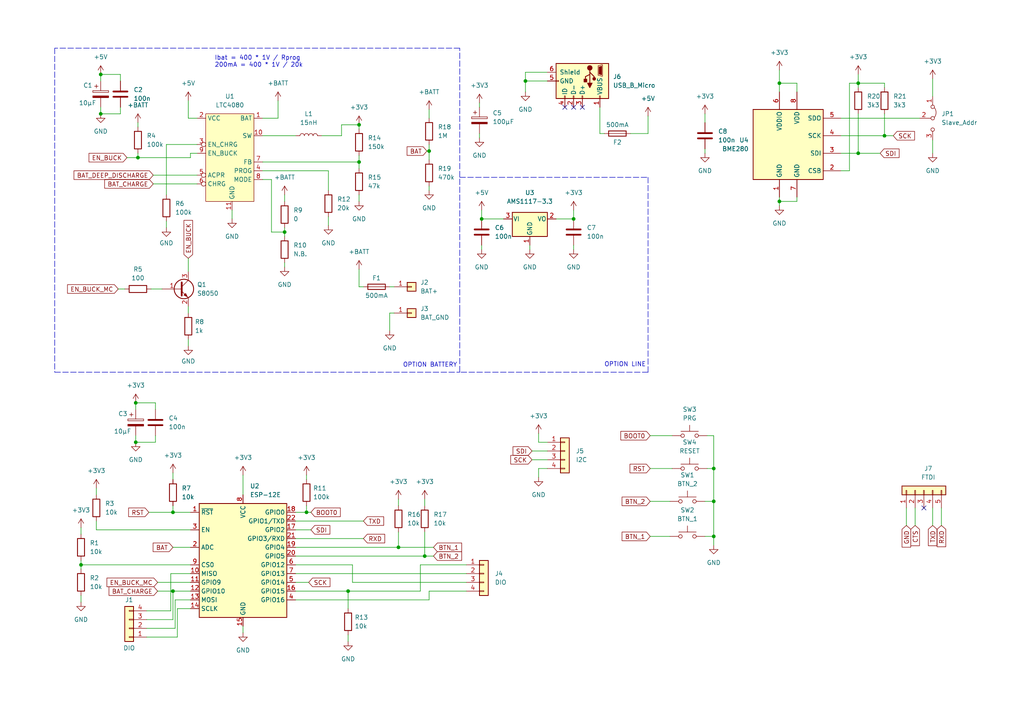
<source format=kicad_sch>
(kicad_sch (version 20211123) (generator eeschema)
  (paper "A4")
  (lib_symbols
    (symbol "Connector:USB_B_Micro" (pin_names (offset 1.016))
      (property "Reference" "J" (at -5.08 11.43 0))
      (property "Value" "USB_B_Micro" (at -5.08 8.89 0))
      (symbol "USB_B_Micro_0_1"
        (rectangle (start -5.08 -7.62) (end 5.08 7.62) (stroke (width 0.254)) (fill (type background)))
        (circle (center -3.81 2.159) (radius 0.635) (stroke (width 0.254)) (fill (type outline)))
        (circle (center -0.635 3.429) (radius 0.381) (stroke (width 0.254)) (fill (type outline)))
        (rectangle (start -0.127 -7.62) (end 0.127 -6.858))
        (polyline (pts (xy -1.905 2.159) (xy 0.635 2.159)) (stroke (width 0.254)))
        (polyline (pts (xy -3.175 2.159) (xy -2.54 2.159) (xy -1.27 3.429) (xy -0.635 3.429)) (stroke (width 0.254)))
        (polyline (pts (xy -2.54 2.159) (xy -1.905 2.159) (xy -1.27 0.889) (xy 0 0.889)) (stroke (width 0.254)))
        (polyline (pts (xy 0.635 2.794) (xy 0.635 1.524) (xy 1.905 2.159) (xy 0.635 2.794)) (stroke (width 0.254)) (fill (type outline)))
        (polyline (pts (xy -4.318 5.588) (xy -1.778 5.588) (xy -2.032 4.826) (xy -4.064 4.826) (xy -4.318 5.588)) (fill (type outline)))
        (polyline (pts (xy -4.699 5.842) (xy -4.699 5.588) (xy -4.445 4.826) (xy -4.445 4.572) (xy -1.651 4.572) (xy -1.651 4.826) (xy -1.397 5.588) (xy -1.397 5.842) (xy -4.699 5.842)))
        (rectangle (start 0.254 1.27) (end -0.508 0.508) (stroke (width 0.254)) (fill (type outline)))
        (rectangle (start 5.08 -5.207) (end 4.318 -4.953))
        (rectangle (start 5.08 -2.667) (end 4.318 -2.413))
        (rectangle (start 5.08 -0.127) (end 4.318 0.127))
        (rectangle (start 5.08 4.953) (end 4.318 5.207))
      )
      (symbol "USB_B_Micro_1_1"
        (pin power_out line (at 7.62 5.08 180) (length 2.54) (name "VBUS") (number "1"))
        (pin bidirectional line (at 7.62 -2.54 180) (length 2.54) (name "D-") (number "2"))
        (pin bidirectional line (at 7.62 0 180) (length 2.54) (name "D+") (number "3"))
        (pin passive line (at 7.62 -5.08 180) (length 2.54) (name "ID") (number "4"))
        (pin power_out line (at 0 -10.16 90) (length 2.54) (name "GND") (number "5"))
        (pin passive line (at -2.54 -10.16 90) (length 2.54) (name "Shield") (number "6"))
      )
    )
    (symbol "Connector_Generic:Conn_01x01" (pin_names (offset 1.016) hide)
      (property "Reference" "J" (at 0 2.54 0))
      (property "Value" "Conn_01x01" (at 0 -2.54 0))
      (symbol "Conn_01x01_1_1"
        (rectangle (start -1.27 0.127) (end 0 -0.127) (stroke (width 0.1524)))
        (rectangle (start -1.27 1.27) (end 1.27 -1.27) (stroke (width 0.254)) (fill (type background)))
        (pin passive line (at -5.08 0 0) (length 3.81) (name "Pin_1") (number "1"))
      )
    )
    (symbol "Connector_Generic:Conn_01x04" (pin_names (offset 1.016) hide)
      (property "Reference" "J" (at 0 5.08 0))
      (property "Value" "Conn_01x04" (at 0 -7.62 0))
      (symbol "Conn_01x04_1_1"
        (rectangle (start -1.27 -4.953) (end 0 -5.207) (stroke (width 0.1524)))
        (rectangle (start -1.27 -2.413) (end 0 -2.667) (stroke (width 0.1524)))
        (rectangle (start -1.27 0.127) (end 0 -0.127) (stroke (width 0.1524)))
        (rectangle (start -1.27 2.667) (end 0 2.413) (stroke (width 0.1524)))
        (rectangle (start -1.27 3.81) (end 1.27 -6.35) (stroke (width 0.254)) (fill (type background)))
        (pin passive line (at -5.08 2.54 0) (length 3.81) (name "Pin_1") (number "1"))
        (pin passive line (at -5.08 0 0) (length 3.81) (name "Pin_2") (number "2"))
        (pin passive line (at -5.08 -2.54 0) (length 3.81) (name "Pin_3") (number "3"))
        (pin passive line (at -5.08 -5.08 0) (length 3.81) (name "Pin_4") (number "4"))
      )
    )
    (symbol "Connector_Generic:Conn_01x05" (pin_names (offset 1.016) hide)
      (property "Reference" "J" (at 0 7.62 0))
      (property "Value" "Conn_01x05" (at 0 -7.62 0))
      (symbol "Conn_01x05_1_1"
        (rectangle (start -1.27 -4.953) (end 0 -5.207) (stroke (width 0.1524)))
        (rectangle (start -1.27 -2.413) (end 0 -2.667) (stroke (width 0.1524)))
        (rectangle (start -1.27 0.127) (end 0 -0.127) (stroke (width 0.1524)))
        (rectangle (start -1.27 2.667) (end 0 2.413) (stroke (width 0.1524)))
        (rectangle (start -1.27 5.207) (end 0 4.953) (stroke (width 0.1524)))
        (rectangle (start -1.27 6.35) (end 1.27 -6.35) (stroke (width 0.254)) (fill (type background)))
        (pin passive line (at -5.08 5.08 0) (length 3.81) (name "Pin_1") (number "1"))
        (pin passive line (at -5.08 2.54 0) (length 3.81) (name "Pin_2") (number "2"))
        (pin passive line (at -5.08 0 0) (length 3.81) (name "Pin_3") (number "3"))
        (pin passive line (at -5.08 -2.54 0) (length 3.81) (name "Pin_4") (number "4"))
        (pin passive line (at -5.08 -5.08 0) (length 3.81) (name "Pin_5") (number "5"))
      )
    )
    (symbol "Device:C" (pin_numbers hide) (pin_names (offset 0.254))
      (property "Reference" "C" (at 0.635 2.54 0))
      (property "Value" "C" (at 0.635 -2.54 0))
      (symbol "C_0_1"
        (polyline (pts (xy -2.032 -0.762) (xy 2.032 -0.762)) (stroke (width 0.508)))
        (polyline (pts (xy -2.032 0.762) (xy 2.032 0.762)) (stroke (width 0.508)))
      )
      (symbol "C_1_1"
        (pin passive line (at 0 3.81 270) (length 2.794) (name "~") (number "1"))
        (pin passive line (at 0 -3.81 90) (length 2.794) (name "~") (number "2"))
      )
    )
    (symbol "Device:C_Polarized" (pin_numbers hide) (pin_names (offset 0.254))
      (property "Reference" "C" (at 0.635 2.54 0))
      (property "Value" "C_Polarized" (at 0.635 -2.54 0))
      (symbol "C_Polarized_0_1"
        (rectangle (start -2.286 0.508) (end 2.286 1.016))
        (polyline (pts (xy -1.778 2.286) (xy -0.762 2.286)))
        (polyline (pts (xy -1.27 2.794) (xy -1.27 1.778)))
        (rectangle (start 2.286 -0.508) (end -2.286 -1.016) (fill (type outline)))
      )
      (symbol "C_Polarized_1_1"
        (pin passive line (at 0 3.81 270) (length 2.794) (name "~") (number "1"))
        (pin passive line (at 0 -3.81 90) (length 2.794) (name "~") (number "2"))
      )
    )
    (symbol "Device:Fuse" (pin_numbers hide) (pin_names (offset 0))
      (property "Reference" "F" (at 2.032 0 90))
      (property "Value" "Fuse" (at -1.905 0 90))
      (symbol "Fuse_0_1"
        (rectangle (start -0.762 -2.54) (end 0.762 2.54) (stroke (width 0.254)))
        (polyline (pts (xy 0 2.54) (xy 0 -2.54)))
      )
      (symbol "Fuse_1_1"
        (pin passive line (at 0 3.81 270) (length 1.27) (name "~") (number "1"))
        (pin passive line (at 0 -3.81 90) (length 1.27) (name "~") (number "2"))
      )
    )
    (symbol "Device:L" (pin_numbers hide) (pin_names (offset 1.016) hide)
      (property "Reference" "L" (at -1.27 0 90))
      (property "Value" "L" (at 1.905 0 90))
      (symbol "L_0_1"
        (arc (start 0 -2.54) (mid 0.635 -1.905) (end 0 -1.27))
        (arc (start 0 -1.27) (mid 0.635 -0.635) (end 0 0))
        (arc (start 0 0) (mid 0.635 0.635) (end 0 1.27))
        (arc (start 0 1.27) (mid 0.635 1.905) (end 0 2.54))
      )
      (symbol "L_1_1"
        (pin passive line (at 0 3.81 270) (length 1.27) (name "1") (number "1"))
        (pin passive line (at 0 -3.81 90) (length 1.27) (name "2") (number "2"))
      )
    )
    (symbol "Device:Q_NPN_BEC" (pin_names (offset 0) hide)
      (property "Reference" "Q" (at 5.08 1.27 0))
      (property "Value" "Q_NPN_BEC" (at 5.08 -1.27 0))
      (symbol "Q_NPN_BEC_0_1"
        (polyline (pts (xy 0.635 0.635) (xy 2.54 2.54)))
        (polyline (pts (xy 0.635 -0.635) (xy 2.54 -2.54) (xy 2.54 -2.54)))
        (polyline (pts (xy 0.635 1.905) (xy 0.635 -1.905) (xy 0.635 -1.905)) (stroke (width 0.508)))
        (polyline (pts (xy 1.27 -1.778) (xy 1.778 -1.27) (xy 2.286 -2.286) (xy 1.27 -1.778) (xy 1.27 -1.778)) (fill (type outline)))
        (circle (center 1.27 0) (radius 2.8194) (stroke (width 0.254)))
      )
      (symbol "Q_NPN_BEC_1_1"
        (pin input line (at -5.08 0 0) (length 5.715) (name "B") (number "1"))
        (pin passive line (at 2.54 -5.08 90) (length 2.54) (name "E") (number "2"))
        (pin passive line (at 2.54 5.08 270) (length 2.54) (name "C") (number "3"))
      )
    )
    (symbol "Device:R" (pin_numbers hide) (pin_names (offset 0))
      (property "Reference" "R" (at 2.032 0 90))
      (property "Value" "R" (at 0 0 90))
      (symbol "R_0_1"
        (rectangle (start -1.016 -2.54) (end 1.016 2.54) (stroke (width 0.254)))
      )
      (symbol "R_1_1"
        (pin passive line (at 0 3.81 270) (length 1.27) (name "~") (number "1"))
        (pin passive line (at 0 -3.81 90) (length 1.27) (name "~") (number "2"))
      )
    )
    (symbol "Jumper:Jumper_3_Bridged12" (pin_names (offset 0) hide)
      (property "Reference" "JP" (at -2.54 -2.54 0))
      (property "Value" "Jumper_3_Bridged12" (at 0 2.794 0))
      (symbol "Jumper_3_Bridged12_0_0"
        (circle (center -3.302 0) (radius 0.508))
        (circle (center 0 0) (radius 0.508))
        (circle (center 3.302 0) (radius 0.508))
      )
      (symbol "Jumper_3_Bridged12_0_1"
        (arc (start -0.254 0.508) (mid -1.651 0.9912) (end -3.048 0.508))
        (polyline (pts (xy 0 -1.27) (xy 0 -0.508)))
      )
      (symbol "Jumper_3_Bridged12_1_1"
        (pin passive line (at -6.35 0 0) (length 2.54) (name "A") (number "1"))
        (pin input line (at 0 -3.81 90) (length 2.54) (name "C") (number "2"))
        (pin passive line (at 6.35 0 180) (length 2.54) (name "B") (number "3"))
      )
    )
    (symbol "LTC4080xfa:LTC4080"
      (property "Reference" "U" (at 3.81 15.24 0))
      (property "Value" "LTC4080" (at 6.35 -12.7 0))
      (symbol "LTC4080_0_1"
        (rectangle (start -7.62 13.97) (end 6.35 -11.43) (fill (type background)))
      )
      (symbol "LTC4080_1_1"
        (pin input line (at 8.89 12.7 180) (length 2.54) (name "BAT") (number "1"))
        (pin input line (at 8.89 7.62 180) (length 2.54) (name "SW") (number "10"))
        (pin input line (at 0 -13.97 90) (length 2.54) (name "GND") (number "11"))
        (pin input line (at -10.16 12.7 0) (length 2.54) (name "VCC") (number "2"))
        (pin input inverted (at -10.16 5.08 0) (length 2.54) (name "EN_CHRG") (number "3"))
        (pin input line (at 8.89 -2.54 180) (length 2.54) (name "PROG") (number "4"))
        (pin output inverted (at -10.16 -3.81 0) (length 2.54) (name "ACPR") (number "5"))
        (pin output inverted (at -10.16 -6.35 0) (length 2.54) (name "CHRG") (number "6"))
        (pin input line (at 8.89 0 180) (length 2.54) (name "FB") (number "7"))
        (pin input line (at 8.89 -5.08 180) (length 2.54) (name "MODE") (number "8"))
        (pin input line (at -10.16 2.54 0) (length 2.54) (name "EN_BUCK") (number "9"))
      )
    )
    (symbol "RF_Module:ESP-12E"
      (property "Reference" "U" (at -12.7 19.05 0))
      (property "Value" "ESP-12E" (at 12.7 19.05 0))
      (symbol "ESP-12E_0_1"
        (rectangle (start -12.7 17.78) (end 12.7 -15.24) (stroke (width 0.254)) (fill (type background)))
      )
      (symbol "ESP-12E_1_1"
        (pin input line (at -15.24 15.24 0) (length 2.54) (name "~{RST}") (number "1"))
        (pin bidirectional line (at -15.24 -2.54 0) (length 2.54) (name "MISO") (number "10"))
        (pin bidirectional line (at -15.24 -5.08 0) (length 2.54) (name "GPIO9") (number "11"))
        (pin bidirectional line (at -15.24 -7.62 0) (length 2.54) (name "GPIO10") (number "12"))
        (pin bidirectional line (at -15.24 -10.16 0) (length 2.54) (name "MOSI") (number "13"))
        (pin bidirectional line (at -15.24 -12.7 0) (length 2.54) (name "SCLK") (number "14"))
        (pin power_in line (at 0 -17.78 90) (length 2.54) (name "GND") (number "15"))
        (pin bidirectional line (at 15.24 -7.62 180) (length 2.54) (name "GPIO15") (number "16"))
        (pin bidirectional line (at 15.24 10.16 180) (length 2.54) (name "GPIO2") (number "17"))
        (pin bidirectional line (at 15.24 15.24 180) (length 2.54) (name "GPIO0") (number "18"))
        (pin bidirectional line (at 15.24 5.08 180) (length 2.54) (name "GPIO4") (number "19"))
        (pin input line (at -15.24 5.08 0) (length 2.54) (name "ADC") (number "2"))
        (pin bidirectional line (at 15.24 2.54 180) (length 2.54) (name "GPIO5") (number "20"))
        (pin bidirectional line (at 15.24 7.62 180) (length 2.54) (name "GPIO3/RXD") (number "21"))
        (pin bidirectional line (at 15.24 12.7 180) (length 2.54) (name "GPIO1/TXD") (number "22"))
        (pin input line (at -15.24 10.16 0) (length 2.54) (name "EN") (number "3"))
        (pin bidirectional line (at 15.24 -10.16 180) (length 2.54) (name "GPIO16") (number "4"))
        (pin bidirectional line (at 15.24 -5.08 180) (length 2.54) (name "GPIO14") (number "5"))
        (pin bidirectional line (at 15.24 0 180) (length 2.54) (name "GPIO12") (number "6"))
        (pin bidirectional line (at 15.24 -2.54 180) (length 2.54) (name "GPIO13") (number "7"))
        (pin power_in line (at 0 20.32 270) (length 2.54) (name "VCC") (number "8"))
        (pin input line (at -15.24 0 0) (length 2.54) (name "CS0") (number "9"))
      )
    )
    (symbol "Regulator_Linear:AMS1117-3.3" (pin_names (offset 0.254))
      (property "Reference" "U" (at -3.81 3.175 0))
      (property "Value" "AMS1117-3.3" (at 0 3.175 0))
      (symbol "AMS1117-3.3_0_1"
        (rectangle (start -5.08 -5.08) (end 5.08 1.905) (stroke (width 0.254)) (fill (type background)))
      )
      (symbol "AMS1117-3.3_1_1"
        (pin power_in line (at 0 -7.62 90) (length 2.54) (name "GND") (number "1"))
        (pin power_out line (at 7.62 0 180) (length 2.54) (name "VO") (number "2"))
        (pin power_in line (at -7.62 0 0) (length 2.54) (name "VI") (number "3"))
      )
    )
    (symbol "Sensor:BME280"
      (property "Reference" "U" (at -8.89 11.43 0))
      (property "Value" "BME280" (at 7.62 11.43 0))
      (symbol "BME280_0_1"
        (rectangle (start -10.16 10.16) (end 10.16 -10.16) (stroke (width 0.254)) (fill (type background)))
      )
      (symbol "BME280_1_1"
        (pin power_in line (at -2.54 -15.24 90) (length 5.08) (name "GND") (number "1"))
        (pin input line (at 15.24 -7.62 180) (length 5.08) (name "CSB") (number "2"))
        (pin bidirectional line (at 15.24 -2.54 180) (length 5.08) (name "SDI") (number "3"))
        (pin input line (at 15.24 2.54 180) (length 5.08) (name "SCK") (number "4"))
        (pin bidirectional line (at 15.24 7.62 180) (length 5.08) (name "SDO") (number "5"))
        (pin power_in line (at -2.54 15.24 270) (length 5.08) (name "VDDIO") (number "6"))
        (pin power_in line (at 2.54 -15.24 90) (length 5.08) (name "GND") (number "7"))
        (pin power_in line (at 2.54 15.24 270) (length 5.08) (name "VDD") (number "8"))
      )
    )
    (symbol "Switch:SW_Push" (pin_numbers hide) (pin_names (offset 1.016) hide)
      (property "Reference" "SW" (at 1.27 2.54 0))
      (property "Value" "SW_Push" (at 0 -1.524 0))
      (symbol "SW_Push_0_1"
        (circle (center -2.032 0) (radius 0.508))
        (polyline (pts (xy 0 1.27) (xy 0 3.048)))
        (polyline (pts (xy 2.54 1.27) (xy -2.54 1.27)))
        (circle (center 2.032 0) (radius 0.508))
        (pin passive line (at -5.08 0 0) (length 2.54) (name "1") (number "1"))
        (pin passive line (at 5.08 0 180) (length 2.54) (name "2") (number "2"))
      )
    )
    (symbol "power:+3V3" (power) (pin_names (offset 0))
      (property "Value" "+3V3" (at 0 3.556 0))
      (symbol "+3V3_0_1"
        (polyline (pts (xy -0.762 1.27) (xy 0 2.54)))
        (polyline (pts (xy 0 0) (xy 0 2.54)))
        (polyline (pts (xy 0 2.54) (xy 0.762 1.27)))
      )
      (symbol "+3V3_1_1"
        (pin power_in line (at 0 0 90) (length 0) hide (name "+3V3") (number "1"))
      )
    )
    (symbol "power:+5V" (power) (pin_names (offset 0))
      (property "Value" "+5V" (at 0 3.556 0))
      (symbol "+5V_0_1"
        (polyline (pts (xy -0.762 1.27) (xy 0 2.54)))
        (polyline (pts (xy 0 0) (xy 0 2.54)))
        (polyline (pts (xy 0 2.54) (xy 0.762 1.27)))
      )
      (symbol "+5V_1_1"
        (pin power_in line (at 0 0 90) (length 0) hide (name "+5V") (number "1"))
      )
    )
    (symbol "power:+BATT" (power) (pin_names (offset 0))
      (property "Value" "+BATT" (at 0 3.556 0))
      (symbol "+BATT_0_1"
        (polyline (pts (xy -0.762 1.27) (xy 0 2.54)))
        (polyline (pts (xy 0 0) (xy 0 2.54)))
        (polyline (pts (xy 0 2.54) (xy 0.762 1.27)))
      )
      (symbol "+BATT_1_1"
        (pin power_in line (at 0 0 90) (length 0) hide (name "+BATT") (number "1"))
      )
    )
    (symbol "power:GND" (power) (pin_names (offset 0))
      (property "Value" "GND" (at 0 -3.81 0))
      (symbol "GND_0_1"
        (polyline (pts (xy 0 0) (xy 0 -1.27) (xy 1.27 -1.27) (xy 0 -2.54) (xy -1.27 -1.27) (xy 0 -1.27)))
      )
      (symbol "GND_1_1"
        (pin power_in line (at 0 0 270) (length 0) hide (name "GND") (number "1"))
      )
    )
  )
  (junction (at 207.01 135.89))
  (junction (at 166.37 63.5))
  (junction (at 29.21 21.59))
  (junction (at 23.495 163.83))
  (junction (at 256.54 39.37))
  (junction (at 248.92 44.45))
  (junction (at 226.06 24.13))
  (junction (at 124.46 43.815))
  (junction (at 88.9 148.59))
  (junction (at 139.7 63.5))
  (junction (at 123.19 161.29))
  (junction (at 226.06 58.42))
  (junction (at 104.14 46.99))
  (junction (at 29.21 33.02))
  (junction (at 207.01 145.415))
  (junction (at 50.165 148.59))
  (junction (at 104.14 36.195))
  (junction (at 40.005 45.72))
  (junction (at 82.55 67.31))
  (junction (at 50.165 171.45))
  (junction (at 248.92 24.13))
  (junction (at 39.37 116.84))
  (junction (at 115.57 158.75))
  (junction (at 39.37 128.27))
  (junction (at 100.965 171.45))
  (junction (at 152.4 23.495))
  (junction (at 207.01 155.575))
  (no_connect (at 267.97 147.32))
  (no_connect (at 163.83 31.115))
  (no_connect (at 166.37 31.115))
  (no_connect (at 168.91 31.115))
  (wire (pts (xy 124.46 43.815) (xy 124.46 46.355)))
  (wire (pts (xy 156.21 138.43) (xy 156.21 135.89)))
  (wire (pts (xy 256.54 39.37) (xy 259.08 39.37)))
  (wire (pts (xy 173.99 31.115) (xy 173.99 38.735)))
  (polyline (pts (xy 133.35 13.97) (xy 15.875 13.97)))
  (wire (pts (xy 243.84 34.29) (xy 266.7 34.29)))
  (wire (pts (xy 270.51 40.64) (xy 270.51 44.45)))
  (wire (pts (xy 43.18 148.59) (xy 50.165 148.59)))
  (wire (pts (xy 45.085 128.27) (xy 39.37 128.27)))
  (wire (pts (xy 76.2 52.07) (xy 78.74 52.07)))
  (wire (pts (xy 80.645 34.29) (xy 76.2 34.29)))
  (wire (pts (xy 231.14 57.15) (xy 231.14 58.42)))
  (wire (pts (xy 104.14 78.105) (xy 104.14 83.185)))
  (wire (pts (xy 270.51 147.32) (xy 270.51 152.4)))
  (wire (pts (xy 39.37 118.745) (xy 39.37 116.84)))
  (wire (pts (xy 54.61 88.9) (xy 54.61 90.805)))
  (polyline (pts (xy 133.35 90.17) (xy 133.35 107.95)))
  (wire (pts (xy 187.96 38.735) (xy 182.88 38.735)))
  (wire (pts (xy 85.725 171.45) (xy 100.965 171.45)))
  (wire (pts (xy 40.005 44.45) (xy 40.005 45.72)))
  (wire (pts (xy 226.06 58.42) (xy 226.06 59.69)))
  (wire (pts (xy 48.26 64.135) (xy 48.26 66.04)))
  (wire (pts (xy 54.61 29.21) (xy 54.61 34.29)))
  (wire (pts (xy 99.06 39.37) (xy 99.06 36.195)))
  (wire (pts (xy 256.54 25.4) (xy 256.54 24.13)))
  (wire (pts (xy 85.725 158.75) (xy 115.57 158.75)))
  (wire (pts (xy 95.25 62.865) (xy 95.25 65.405)))
  (wire (pts (xy 85.725 163.83) (xy 102.235 163.83)))
  (wire (pts (xy 188.595 145.415) (xy 194.31 145.415)))
  (wire (pts (xy 34.29 83.82) (xy 36.195 83.82)))
  (wire (pts (xy 51.435 184.785) (xy 42.545 184.785)))
  (wire (pts (xy 78.74 67.31) (xy 82.55 67.31)))
  (wire (pts (xy 88.9 148.59) (xy 88.9 146.685)))
  (wire (pts (xy 40.005 35.56) (xy 40.005 36.83)))
  (wire (pts (xy 248.92 24.13) (xy 248.92 25.4)))
  (wire (pts (xy 85.725 153.67) (xy 90.17 153.67)))
  (wire (pts (xy 104.14 56.515) (xy 104.14 58.42)))
  (wire (pts (xy 104.14 45.085) (xy 104.14 46.99)))
  (wire (pts (xy 104.14 83.185) (xy 105.41 83.185)))
  (wire (pts (xy 95.25 49.53) (xy 95.25 55.245)))
  (wire (pts (xy 45.72 168.91) (xy 55.245 168.91)))
  (wire (pts (xy 248.92 44.45) (xy 255.27 44.45)))
  (wire (pts (xy 139.7 60.96) (xy 139.7 63.5)))
  (wire (pts (xy 27.94 141.605) (xy 27.94 143.51)))
  (wire (pts (xy 70.485 137.795) (xy 70.485 143.51)))
  (wire (pts (xy 55.245 173.99) (xy 50.8 173.99)))
  (wire (pts (xy 113.03 83.185) (xy 114.3 83.185)))
  (wire (pts (xy 204.47 33.02) (xy 204.47 35.56)))
  (wire (pts (xy 139.065 29.845) (xy 139.065 31.115)))
  (wire (pts (xy 113.03 95.885) (xy 113.03 90.805)))
  (wire (pts (xy 45.72 171.45) (xy 50.165 171.45)))
  (wire (pts (xy 207.01 145.415) (xy 207.01 155.575)))
  (wire (pts (xy 139.065 38.735) (xy 139.065 40.005)))
  (wire (pts (xy 44.45 50.8) (xy 57.15 50.8)))
  (wire (pts (xy 78.74 52.07) (xy 78.74 67.31)))
  (wire (pts (xy 29.21 23.495) (xy 29.21 21.59)))
  (wire (pts (xy 55.245 171.45) (xy 50.165 171.45)))
  (wire (pts (xy 34.925 21.59) (xy 34.925 23.495)))
  (wire (pts (xy 43.815 83.82) (xy 46.99 83.82)))
  (wire (pts (xy 82.55 76.2) (xy 82.55 77.47)))
  (wire (pts (xy 121.92 163.83) (xy 121.92 171.45)))
  (wire (pts (xy 85.725 148.59) (xy 88.9 148.59)))
  (wire (pts (xy 204.47 43.18) (xy 204.47 44.45)))
  (wire (pts (xy 85.725 151.13) (xy 105.41 151.13)))
  (polyline (pts (xy 133.35 51.435) (xy 187.96 51.435)))
  (wire (pts (xy 113.03 90.805) (xy 114.3 90.805)))
  (wire (pts (xy 226.06 57.15) (xy 226.06 58.42)))
  (wire (pts (xy 54.61 98.425) (xy 54.61 100.33)))
  (wire (pts (xy 262.89 147.32) (xy 262.89 152.4)))
  (wire (pts (xy 104.14 36.195) (xy 104.14 37.465)))
  (wire (pts (xy 67.31 60.96) (xy 67.31 63.5)))
  (wire (pts (xy 158.75 20.955) (xy 152.4 20.955)))
  (wire (pts (xy 85.725 166.37) (xy 135.255 166.37)))
  (wire (pts (xy 246.38 24.13) (xy 248.92 24.13)))
  (wire (pts (xy 123.825 43.815) (xy 124.46 43.815)))
  (wire (pts (xy 243.84 39.37) (xy 256.54 39.37)))
  (wire (pts (xy 50.8 182.245) (xy 42.545 182.245)))
  (wire (pts (xy 270.51 22.86) (xy 270.51 27.94)))
  (wire (pts (xy 256.54 33.02) (xy 256.54 39.37)))
  (wire (pts (xy 243.84 44.45) (xy 248.92 44.45)))
  (wire (pts (xy 50.165 146.685) (xy 50.165 148.59)))
  (wire (pts (xy 82.55 56.515) (xy 82.55 58.42)))
  (wire (pts (xy 161.29 63.5) (xy 166.37 63.5)))
  (wire (pts (xy 27.94 153.67) (xy 27.94 151.13)))
  (wire (pts (xy 48.26 41.91) (xy 48.26 56.515)))
  (polyline (pts (xy 133.35 90.17) (xy 133.35 13.97)))
  (wire (pts (xy 50.8 173.99) (xy 50.8 182.245)))
  (wire (pts (xy 55.245 176.53) (xy 51.435 176.53)))
  (wire (pts (xy 188.595 126.365) (xy 194.945 126.365)))
  (wire (pts (xy 121.92 171.45) (xy 100.965 171.45)))
  (wire (pts (xy 205.105 126.365) (xy 207.01 126.365)))
  (wire (pts (xy 123.19 154.305) (xy 123.19 161.29)))
  (wire (pts (xy 55.245 153.67) (xy 27.94 153.67)))
  (wire (pts (xy 44.45 53.34) (xy 57.15 53.34)))
  (wire (pts (xy 45.085 116.84) (xy 45.085 118.745)))
  (wire (pts (xy 29.21 31.115) (xy 29.21 33.02)))
  (wire (pts (xy 76.2 46.99) (xy 104.14 46.99)))
  (wire (pts (xy 154.305 133.35) (xy 158.75 133.35)))
  (wire (pts (xy 50.165 137.16) (xy 50.165 139.065)))
  (wire (pts (xy 152.4 26.67) (xy 152.4 23.495)))
  (wire (pts (xy 50.165 171.45) (xy 50.165 179.705)))
  (wire (pts (xy 231.14 26.67) (xy 231.14 24.13)))
  (wire (pts (xy 100.965 184.15) (xy 100.965 186.055)))
  (wire (pts (xy 29.21 21.59) (xy 34.925 21.59)))
  (wire (pts (xy 100.965 171.45) (xy 100.965 176.53)))
  (wire (pts (xy 124.46 173.99) (xy 124.46 171.45)))
  (wire (pts (xy 55.245 166.37) (xy 49.53 166.37)))
  (polyline (pts (xy 187.96 51.435) (xy 187.96 107.95)))
  (wire (pts (xy 248.92 21.59) (xy 248.92 24.13)))
  (wire (pts (xy 243.84 49.53) (xy 246.38 49.53)))
  (wire (pts (xy 231.14 24.13) (xy 226.06 24.13)))
  (wire (pts (xy 124.46 41.91) (xy 124.46 43.815)))
  (wire (pts (xy 152.4 20.955) (xy 152.4 23.495)))
  (wire (pts (xy 115.57 158.75) (xy 125.73 158.75)))
  (wire (pts (xy 80.645 29.21) (xy 80.645 34.29)))
  (wire (pts (xy 188.595 155.575) (xy 194.31 155.575)))
  (wire (pts (xy 166.37 63.5) (xy 166.37 60.96)))
  (wire (pts (xy 23.495 172.72) (xy 23.495 174.625)))
  (polyline (pts (xy 187.96 107.95) (xy 133.35 107.95)))
  (wire (pts (xy 23.495 162.56) (xy 23.495 163.83)))
  (wire (pts (xy 48.26 41.91) (xy 57.15 41.91)))
  (wire (pts (xy 139.7 63.5) (xy 146.05 63.5)))
  (wire (pts (xy 23.495 153.035) (xy 23.495 154.94)))
  (wire (pts (xy 156.21 125.73) (xy 156.21 128.27)))
  (wire (pts (xy 153.67 71.12) (xy 153.67 72.39)))
  (wire (pts (xy 188.595 135.89) (xy 194.945 135.89)))
  (wire (pts (xy 49.53 166.37) (xy 49.53 177.165)))
  (wire (pts (xy 256.54 24.13) (xy 248.92 24.13)))
  (wire (pts (xy 50.165 179.705) (xy 42.545 179.705)))
  (wire (pts (xy 139.7 71.12) (xy 139.7 72.39)))
  (wire (pts (xy 99.06 36.195) (xy 104.14 36.195)))
  (wire (pts (xy 70.485 181.61) (xy 70.485 183.515)))
  (wire (pts (xy 226.06 24.13) (xy 226.06 26.67)))
  (wire (pts (xy 39.37 116.84) (xy 45.085 116.84)))
  (wire (pts (xy 248.92 33.02) (xy 248.92 44.45)))
  (wire (pts (xy 187.96 33.655) (xy 187.96 38.735)))
  (wire (pts (xy 76.2 49.53) (xy 95.25 49.53)))
  (wire (pts (xy 205.105 135.89) (xy 207.01 135.89)))
  (wire (pts (xy 51.435 176.53) (xy 51.435 184.785)))
  (wire (pts (xy 154.305 130.81) (xy 158.75 130.81)))
  (wire (pts (xy 166.37 71.12) (xy 166.37 72.39)))
  (wire (pts (xy 123.19 161.29) (xy 125.73 161.29)))
  (wire (pts (xy 55.245 163.83) (xy 23.495 163.83)))
  (wire (pts (xy 173.99 38.735) (xy 175.26 38.735)))
  (wire (pts (xy 50.165 158.75) (xy 55.245 158.75)))
  (wire (pts (xy 207.01 155.575) (xy 207.01 158.115)))
  (wire (pts (xy 265.43 147.32) (xy 265.43 152.4)))
  (wire (pts (xy 54.61 74.93) (xy 54.61 78.74)))
  (wire (pts (xy 115.57 144.78) (xy 115.57 146.685)))
  (wire (pts (xy 34.925 31.115) (xy 34.925 33.02)))
  (wire (pts (xy 152.4 23.495) (xy 158.75 23.495)))
  (wire (pts (xy 207.01 135.89) (xy 207.01 145.415)))
  (wire (pts (xy 104.14 46.99) (xy 104.14 48.895)))
  (wire (pts (xy 45.085 126.365) (xy 45.085 128.27)))
  (wire (pts (xy 85.725 168.91) (xy 89.535 168.91)))
  (wire (pts (xy 23.495 163.83) (xy 23.495 165.1)))
  (wire (pts (xy 82.55 66.04) (xy 82.55 67.31)))
  (wire (pts (xy 207.01 126.365) (xy 207.01 135.89)))
  (wire (pts (xy 124.46 171.45) (xy 135.255 171.45)))
  (wire (pts (xy 124.46 53.975) (xy 124.46 55.245)))
  (wire (pts (xy 76.2 39.37) (xy 85.725 39.37)))
  (wire (pts (xy 50.165 148.59) (xy 55.245 148.59)))
  (wire (pts (xy 102.235 163.83) (xy 102.235 168.91)))
  (wire (pts (xy 123.19 144.78) (xy 123.19 146.685)))
  (wire (pts (xy 115.57 154.305) (xy 115.57 158.75)))
  (wire (pts (xy 231.14 58.42) (xy 226.06 58.42)))
  (wire (pts (xy 85.725 173.99) (xy 124.46 173.99)))
  (wire (pts (xy 55.245 44.45) (xy 55.245 45.72)))
  (wire (pts (xy 273.05 147.32) (xy 273.05 152.4)))
  (wire (pts (xy 39.37 126.365) (xy 39.37 128.27)))
  (wire (pts (xy 54.61 34.29) (xy 57.15 34.29)))
  (wire (pts (xy 156.21 128.27) (xy 158.75 128.27)))
  (wire (pts (xy 34.925 33.02) (xy 29.21 33.02)))
  (wire (pts (xy 226.06 20.32) (xy 226.06 24.13)))
  (wire (pts (xy 82.55 67.31) (xy 82.55 68.58)))
  (wire (pts (xy 88.9 137.795) (xy 88.9 139.065)))
  (wire (pts (xy 204.47 145.415) (xy 207.01 145.415)))
  (wire (pts (xy 36.83 45.72) (xy 40.005 45.72)))
  (polyline (pts (xy 15.875 107.95) (xy 133.35 107.95)))
  (wire (pts (xy 102.235 168.91) (xy 135.255 168.91)))
  (wire (pts (xy 85.725 156.21) (xy 105.41 156.21)))
  (wire (pts (xy 88.9 148.59) (xy 90.17 148.59)))
  (wire (pts (xy 204.47 155.575) (xy 207.01 155.575)))
  (polyline (pts (xy 15.875 13.97) (xy 15.875 107.95)))
  (wire (pts (xy 246.38 49.53) (xy 246.38 24.13)))
  (wire (pts (xy 93.345 39.37) (xy 99.06 39.37)))
  (wire (pts (xy 156.21 135.89) (xy 158.75 135.89)))
  (wire (pts (xy 55.245 45.72) (xy 40.005 45.72)))
  (wire (pts (xy 135.255 163.83) (xy 121.92 163.83)))
  (wire (pts (xy 57.15 44.45) (xy 55.245 44.45)))
  (wire (pts (xy 85.725 161.29) (xy 123.19 161.29)))
  (wire (pts (xy 49.53 177.165) (xy 42.545 177.165)))
  (wire (pts (xy 124.46 31.75) (xy 124.46 34.29)))
  (text "OPTION BATTERY\n" (at 116.84 106.68 0) (effects (font (size 1.27 1.27)) (justify left bottom)))
  (text "Ibat = 400 * 1V / Rprog\n200mA = 400 * 1V / 20k" (at 62.23 19.685 0) (effects (font (size 1.27 1.27)) (justify left bottom)))
  (text "OPTION LINE\n\n" (at 175.26 108.585 0) (effects (font (size 1.27 1.27)) (justify left bottom)))
  (global_label "SCK" (shape input) (at 89.535 168.91 0) (property "Intersheet References" "${INTERSHEET_REFS}" (effects hide)))
  (global_label "BTN_2" (shape input) (at 125.73 161.29 0) (property "Intersheet References" "${INTERSHEET_REFS}" (effects hide)))
  (global_label "TXD" (shape input) (at 105.41 151.13 0) (property "Intersheet References" "${INTERSHEET_REFS}" (effects hide)))
  (global_label "BTN_2" (shape input) (at 188.595 145.415 180) (property "Intersheet References" "${INTERSHEET_REFS}" (effects hide)))
  (global_label "BTN_1" (shape input) (at 188.595 155.575 180) (property "Intersheet References" "${INTERSHEET_REFS}" (effects hide)))
  (global_label "SCK" (shape input) (at 154.305 133.35 180) (property "Intersheet References" "${INTERSHEET_REFS}" (effects hide)))
  (global_label "RXD" (shape input) (at 105.41 156.21 0) (property "Intersheet References" "${INTERSHEET_REFS}" (effects hide)))
  (global_label "RST" (shape input) (at 43.18 148.59 180) (property "Intersheet References" "${INTERSHEET_REFS}" (effects hide)))
  (global_label "EN_BUCK_MC" (shape input) (at 34.29 83.82 180) (property "Intersheet References" "${INTERSHEET_REFS}" (effects hide)))
  (global_label "SDI" (shape input) (at 255.27 44.45 0) (property "Intersheet References" "${INTERSHEET_REFS}" (effects hide)))
  (global_label "EN_BUCK" (shape input) (at 54.61 74.93 90) (property "Intersheet References" "${INTERSHEET_REFS}" (effects hide)))
  (global_label "GND" (shape input) (at 262.89 152.4 270) (property "Intersheet References" "${INTERSHEET_REFS}" (effects hide)))
  (global_label "BAT" (shape input) (at 123.825 43.815 180) (property "Intersheet References" "${INTERSHEET_REFS}" (effects hide)))
  (global_label "CTS" (shape input) (at 265.43 152.4 270) (property "Intersheet References" "${INTERSHEET_REFS}" (effects hide)))
  (global_label "TXD" (shape input) (at 270.51 152.4 270) (property "Intersheet References" "${INTERSHEET_REFS}" (effects hide)))
  (global_label "RXD" (shape input) (at 273.05 152.4 270) (property "Intersheet References" "${INTERSHEET_REFS}" (effects hide)))
  (global_label "BAT_DEEP_DISCHARGE" (shape input) (at 44.45 50.8 180) (property "Intersheet References" "${INTERSHEET_REFS}" (effects hide)))
  (global_label "BAT_CHARGE" (shape input) (at 45.72 171.45 180) (property "Intersheet References" "${INTERSHEET_REFS}" (effects hide)))
  (global_label "BTN_1" (shape input) (at 125.73 158.75 0) (property "Intersheet References" "${INTERSHEET_REFS}" (effects hide)))
  (global_label "SDI" (shape input) (at 154.305 130.81 180) (property "Intersheet References" "${INTERSHEET_REFS}" (effects hide)))
  (global_label "EN_BUCK_MC" (shape input) (at 45.72 168.91 180) (property "Intersheet References" "${INTERSHEET_REFS}" (effects hide)))
  (global_label "EN_BUCK" (shape input) (at 36.83 45.72 180) (property "Intersheet References" "${INTERSHEET_REFS}" (effects hide)))
  (global_label "RST" (shape input) (at 188.595 135.89 180) (property "Intersheet References" "${INTERSHEET_REFS}" (effects hide)))
  (global_label "BOOT0" (shape input) (at 188.595 126.365 180) (property "Intersheet References" "${INTERSHEET_REFS}" (effects hide)))
  (global_label "SCK" (shape input) (at 259.08 39.37 0) (property "Intersheet References" "${INTERSHEET_REFS}" (effects hide)))
  (global_label "SDI" (shape input) (at 90.17 153.67 0) (property "Intersheet References" "${INTERSHEET_REFS}" (effects hide)))
  (global_label "BAT" (shape input) (at 50.165 158.75 180) (property "Intersheet References" "${INTERSHEET_REFS}" (effects hide)))
  (global_label "BAT_CHARGE" (shape input) (at 44.45 53.34 180) (property "Intersheet References" "${INTERSHEET_REFS}" (effects hide)))
  (global_label "BOOT0" (shape input) (at 90.17 148.59 0) (property "Intersheet References" "${INTERSHEET_REFS}" (effects hide)))
  (symbol (lib_id "power:GND") (at 153.67 72.39 0) (unit 1)
    (property "Reference" "#PWR035" (effects hide))
    (property "Value" "GND" (at 153.67 77.47 0))
  )
  (symbol (lib_id "power:+5V") (at 139.7 60.96 0) (unit 1)
    (property "Reference" "#PWR032" (effects hide))
    (property "Value" "+5V" (at 139.7 55.88 0))
  )
  (symbol (lib_id "Device:R") (at 82.55 62.23 0) (unit 1)
    (property "Reference" "R9" (at 85.09 60.9599 0) (effects (justify left)))
    (property "Value" "0" (at 85.09 63.4999 0) (effects (justify left)))
    (property "Footprint" "Resistor_SMD:R_0603_1608Metric" (effects hide))
  )
  (symbol (lib_id "power:GND") (at 23.495 174.625 0) (unit 1)
    (property "Reference" "#PWR02" (effects hide))
    (property "Value" "GND" (at 23.495 179.705 0))
  )
  (symbol (lib_id "power:+3V3") (at 50.165 137.16 0) (unit 1)
    (property "Reference" "#PWR010" (effects hide))
    (property "Value" "+3V3" (at 50.165 132.08 0))
  )
  (symbol (lib_id "Device:R") (at 104.14 52.705 0) (unit 1)
    (property "Reference" "R15" (at 106.68 51.4349 0) (effects (justify left)))
    (property "Value" "47k" (at 106.68 53.9749 0) (effects (justify left)))
    (property "Footprint" "Resistor_SMD:R_0603_1608Metric" (effects hide))
  )
  (symbol (lib_id "power:+BATT") (at 124.46 31.75 0) (unit 1)
    (property "Reference" "#PWR028" (effects hide))
    (property "Value" "+BATT" (at 124.46 26.67 0))
  )
  (symbol (lib_id "power:+3V3") (at 166.37 60.96 0) (unit 1)
    (property "Reference" "#PWR038" (effects hide))
    (property "Value" "+3V3" (at 166.37 55.88 0))
  )
  (symbol (lib_id "power:+3V3") (at 248.92 21.59 0) (unit 1)
    (property "Reference" "#PWR046" (effects hide))
    (property "Value" "+3V3" (at 248.92 16.51 0))
  )
  (symbol (lib_id "power:GND") (at 113.03 95.885 0) (unit 1)
    (property "Reference" "#PWR025" (effects hide))
    (property "Value" "GND" (at 113.03 100.965 0))
  )
  (symbol (lib_id "Connector_Generic:Conn_01x04") (at 37.465 182.245 180) (unit 1)
    (property "Reference" "J1" (at 37.465 173.99 0))
    (property "Value" "DIO" (at 37.465 187.96 0))
    (property "Footprint" "Connector_PinHeader_2.54mm:PinHeader_1x04_P2.54mm_Vertical" (effects hide))
  )
  (symbol (lib_id "RF_Module:ESP-12E") (at 70.485 163.83 0) (unit 1)
    (property "Reference" "U2" (at 72.5044 140.97 0) (effects (justify left)))
    (property "Value" "ESP-12E" (at 72.5044 143.51 0) (effects (justify left)))
    (property "Footprint" "RF_Module:ESP-12E" (effects hide))
    (property "Datasheet" "http://wiki.ai-thinker.com/_media/esp8266/esp8266_series_modules_user_manual_v1.1.pdf" (effects hide))
    (property "Source" "https://www.ebay.de/itm/163630302723?hash=item2619204603:g:WjYAAOSwVCpcEAMQ" (effects hide))
  )
  (symbol (lib_id "power:+3V3") (at 70.485 137.795 0) (unit 1)
    (property "Reference" "#PWR014" (effects hide))
    (property "Value" "+3V3" (at 70.485 132.715 0))
  )
  (symbol (lib_id "Device:R") (at 48.26 60.325 0) (unit 1)
    (property "Reference" "R6" (at 50.8 59.0549 0) (effects (justify left)))
    (property "Value" "100k" (at 50.8 61.5949 0) (effects (justify left)))
    (property "Footprint" "Resistor_SMD:R_0603_1608Metric" (effects hide))
  )
  (symbol (lib_id "Connector:USB_B_Micro") (at 168.91 23.495 270) (unit 1)
    (property "Reference" "J6" (at 177.8 22.2249 90) (effects (justify left)))
    (property "Value" "USB_B_Micro" (at 177.8 24.7649 90) (effects (justify left)))
    (property "Footprint" "Connector_USB:USB_Micro-B_Amphenol_10103594-0001LF_Horizontal" (effects hide))
    (property "Source" "https://www.mouser.de/ProductDetail/Amphenol-FCI/10103594-0001LF?qs=sGAEpiMZZMsvbV9l%252Bnr01LTfPs2ld635AVykRMaejgU%3D" (effects hide))
  )
  (symbol (lib_id "power:+5V") (at 54.61 29.21 0) (unit 1)
    (property "Reference" "#PWR011" (effects hide))
    (property "Value" "+5V" (at 54.61 24.13 0))
  )
  (symbol (lib_id "Jumper:Jumper_3_Bridged12") (at 270.51 34.29 270) (unit 1)
    (property "Reference" "JP1" (at 273.05 33.0199 90) (effects (justify left)))
    (property "Value" "Slave_Addr" (at 273.05 35.5599 90) (effects (justify left)))
    (property "Footprint" "Jumper:SolderJumper-3_P1.3mm_Bridged12_Pad1.0x1.5mm" (effects hide))
  )
  (symbol (lib_id "Switch:SW_Push") (at 199.39 145.415 0) (unit 1)
    (property "Reference" "SW1" (at 199.39 137.795 0))
    (property "Value" "BTN_2" (at 199.39 140.335 0))
    (property "Footprint" "Button_Switch_SMD:Panasonic_EVQPUJ_EVQPUA" (effects hide))
    (property "Source" "https://www.mouser.de/ProductDetail/Panasonic/EVQ-PUJ02K?qs=Pa1bP%252BeMzadWe338tXJdGA%3D%3D" (effects hide))
  )
  (symbol (lib_id "power:+3V3") (at 88.9 137.795 0) (unit 1)
    (property "Reference" "#PWR019" (effects hide))
    (property "Value" "+3V3" (at 88.9 132.715 0))
  )
  (symbol (lib_id "power:GND") (at 139.7 72.39 0) (unit 1)
    (property "Reference" "#PWR033" (effects hide))
    (property "Value" "GND" (at 139.7 77.47 0))
  )
  (symbol (lib_id "power:GND") (at 270.51 44.45 0) (unit 1)
    (property "Reference" "#PWR049" (effects hide))
    (property "Value" "GND" (at 270.51 49.53 0))
  )
  (symbol (lib_id "Device:Q_NPN_BEC") (at 52.07 83.82 0) (unit 1)
    (property "Reference" "Q1" (at 57.15 82.5499 0) (effects (justify left)))
    (property "Value" "S8050" (at 57.15 85.0899 0) (effects (justify left)))
    (property "Footprint" "Package_TO_SOT_SMD:SOT-23" (effects hide))
  )
  (symbol (lib_id "Device:R") (at 27.94 147.32 0) (unit 1)
    (property "Reference" "R3" (at 30.48 146.0499 0) (effects (justify left)))
    (property "Value" "10k" (at 30.48 148.5899 0) (effects (justify left)))
    (property "Footprint" "Resistor_SMD:R_0603_1608Metric" (effects hide))
  )
  (symbol (lib_id "power:+3V3") (at 23.495 153.035 0) (unit 1)
    (property "Reference" "#PWR01" (effects hide))
    (property "Value" "+3V3" (at 23.495 147.955 0))
  )
  (symbol (lib_id "Device:C_Polarized") (at 139.065 34.925 0) (unit 1)
    (property "Reference" "C5" (at 142.875 32.7659 0) (effects (justify left)))
    (property "Value" "100µF" (at 142.875 35.3059 0) (effects (justify left)))
    (property "Footprint" "Capacitor_SMD:CP_Elec_5x5.4" (effects hide))
  )
  (symbol (lib_id "Device:R") (at 248.92 29.21 0) (unit 1)
    (property "Reference" "R20" (at 251.46 27.9399 0) (effects (justify left)))
    (property "Value" "3k3" (at 251.46 30.4799 0) (effects (justify left)))
    (property "Footprint" "Resistor_SMD:R_0603_1608Metric" (effects hide))
  )
  (symbol (lib_id "power:GND") (at 70.485 183.515 0) (unit 1)
    (property "Reference" "#PWR015" (effects hide))
    (property "Value" "GND" (at 70.485 188.595 0))
  )
  (symbol (lib_id "power:GND") (at 104.14 58.42 0) (unit 1)
    (property "Reference" "#PWR023" (effects hide))
    (property "Value" "GND" (at 104.14 63.5 0))
  )
  (symbol (lib_id "Device:R") (at 123.19 150.495 0) (unit 1)
    (property "Reference" "R17" (at 125.73 149.2249 0) (effects (justify left)))
    (property "Value" "10k" (at 125.73 151.7649 0) (effects (justify left)))
    (property "Footprint" "Resistor_SMD:R_0603_1608Metric" (effects hide))
  )
  (symbol (lib_id "Device:R") (at 40.005 40.64 0) (unit 1)
    (property "Reference" "R4" (at 42.545 39.3699 0) (effects (justify left)))
    (property "Value" "100k" (at 42.545 41.9099 0) (effects (justify left)))
    (property "Footprint" "Resistor_SMD:R_0603_1608Metric" (effects hide))
  )
  (symbol (lib_id "Device:C") (at 139.7 67.31 0) (unit 1)
    (property "Reference" "C6" (at 143.51 66.0399 0) (effects (justify left)))
    (property "Value" "100n" (at 143.51 68.58 0) (effects (justify left)))
    (property "Footprint" "Capacitor_SMD:C_0603_1608Metric" (effects hide))
  )
  (symbol (lib_id "Device:R") (at 124.46 38.1 0) (unit 1)
    (property "Reference" "R18" (at 127 36.8299 0) (effects (justify left)))
    (property "Value" "1M" (at 127 39.3699 0) (effects (justify left)))
    (property "Footprint" "Resistor_SMD:R_0603_1608Metric" (effects hide))
  )
  (symbol (lib_id "power:+BATT") (at 104.14 78.105 0) (unit 1)
    (property "Reference" "#PWR024" (effects hide))
    (property "Value" "+BATT" (at 104.14 73.025 0))
  )
  (symbol (lib_id "Device:L") (at 89.535 39.37 90) (unit 1)
    (property "Reference" "L1" (at 89.535 33.02 90))
    (property "Value" "15nH" (at 89.535 35.56 90))
    (property "Footprint" "Inductor_SMD:L_0603_1608Metric" (effects hide))
    (property "Source" "https://www.mouser.de/ProductDetail/Wurth-Elektronik/744786115A?qs=%252BUQ4csG8RsfDfzYws2dmMA%3D%3D" (effects hide))
  )
  (symbol (lib_id "power:+BATT") (at 40.005 35.56 0) (unit 1)
    (property "Reference" "#PWR08" (effects hide))
    (property "Value" "+BATT" (at 40.005 30.48 0))
  )
  (symbol (lib_id "power:GND") (at 139.065 40.005 0) (unit 1)
    (property "Reference" "#PWR031" (effects hide))
    (property "Value" "GND" (at 139.065 45.085 0))
  )
  (symbol (lib_id "Device:C") (at 166.37 67.31 0) (unit 1)
    (property "Reference" "C7" (at 170.18 66.0399 0) (effects (justify left)))
    (property "Value" "100n" (at 170.18 68.58 0) (effects (justify left)))
    (property "Footprint" "Capacitor_SMD:C_0603_1608Metric" (effects hide))
  )
  (symbol (lib_id "power:+BATT") (at 80.645 29.21 0) (unit 1)
    (property "Reference" "#PWR016" (effects hide))
    (property "Value" "+BATT" (at 80.645 24.13 0))
  )
  (symbol (lib_id "Device:R") (at 23.495 168.91 0) (unit 1)
    (property "Reference" "R2" (at 26.035 167.6399 0) (effects (justify left)))
    (property "Value" "10k" (at 26.035 170.1799 0) (effects (justify left)))
    (property "Footprint" "Resistor_SMD:R_0603_1608Metric" (effects hide))
  )
  (symbol (lib_id "Device:R") (at 104.14 41.275 0) (unit 1)
    (property "Reference" "R14" (at 106.68 40.0049 0) (effects (justify left)))
    (property "Value" "150k" (at 106.68 42.5449 0) (effects (justify left)))
    (property "Footprint" "Resistor_SMD:R_0603_1608Metric" (effects hide))
  )
  (symbol (lib_id "power:GND") (at 54.61 100.33 0) (unit 1)
    (property "Reference" "#PWR012" (effects hide))
    (property "Value" "GND" (at 54.61 104.775 0))
  )
  (symbol (lib_id "Device:R") (at 100.965 180.34 0) (unit 1)
    (property "Reference" "R13" (at 102.87 179.0699 0) (effects (justify left)))
    (property "Value" "10k" (at 102.87 181.6099 0) (effects (justify left)))
    (property "Footprint" "Resistor_SMD:R_0603_1608Metric" (effects hide))
  )
  (symbol (lib_id "Device:C") (at 45.085 122.555 0) (unit 1)
    (property "Reference" "C4" (at 48.895 121.2849 0) (effects (justify left)))
    (property "Value" "100n" (at 48.895 123.825 0) (effects (justify left)))
    (property "Footprint" "Capacitor_SMD:C_0603_1608Metric" (effects hide))
  )
  (symbol (lib_id "Device:R") (at 95.25 59.055 0) (unit 1)
    (property "Reference" "R12" (at 97.79 57.7849 0) (effects (justify left)))
    (property "Value" "20k" (at 97.79 60.3249 0) (effects (justify left)))
    (property "Footprint" "Resistor_SMD:R_0603_1608Metric" (effects hide))
  )
  (symbol (lib_id "Device:R") (at 124.46 50.165 0) (unit 1)
    (property "Reference" "R19" (at 127 48.8949 0) (effects (justify left)))
    (property "Value" "470k" (at 127 51.4349 0) (effects (justify left)))
    (property "Footprint" "Resistor_SMD:R_0603_1608Metric" (effects hide))
  )
  (symbol (lib_id "power:+3V3") (at 27.94 141.605 0) (unit 1)
    (property "Reference" "#PWR03" (effects hide))
    (property "Value" "+3V3" (at 27.94 136.525 0))
  )
  (symbol (lib_id "power:+3V3") (at 270.51 22.86 0) (unit 1)
    (property "Reference" "#PWR048" (effects hide))
    (property "Value" "+3V3" (at 270.51 17.78 0))
  )
  (symbol (lib_id "Device:R") (at 82.55 72.39 0) (unit 1)
    (property "Reference" "R10" (at 85.09 71.1199 0) (effects (justify left)))
    (property "Value" "N.B." (at 85.09 73.6599 0) (effects (justify left)))
    (property "Footprint" "Resistor_SMD:R_0603_1608Metric" (effects hide))
  )
  (symbol (lib_id "Device:C_Polarized") (at 29.21 27.305 0) (unit 1)
    (property "Reference" "C1" (at 24.13 24.765 0) (effects (justify left)))
    (property "Value" "10µF" (at 22.86 29.845 0) (effects (justify left)))
    (property "Footprint" "Capacitor_SMD:CP_Elec_5x5.4" (effects hide))
    (property "Source" "https://www.mouser.de/ProductDetail/Cornell-Dubilier-CDE/AVS106M25C12T-F?qs=oCeECQbm%252Bz%252BXfbjHOuB8sw%3D%3D" (effects hide))
  )
  (symbol (lib_id "power:GND") (at 95.25 65.405 0) (unit 1)
    (property "Reference" "#PWR020" (effects hide))
    (property "Value" "GND" (at 95.25 70.485 0))
  )
  (symbol (lib_id "power:+3V3") (at 39.37 116.84 0) (unit 1)
    (property "Reference" "#PWR06" (effects hide))
    (property "Value" "+3V3" (at 39.37 111.76 0))
  )
  (symbol (lib_id "Connector_Generic:Conn_01x01") (at 119.38 90.805 0) (unit 1)
    (property "Reference" "J3" (at 121.92 89.5349 0) (effects (justify left)))
    (property "Value" "BAT_GND" (at 121.92 92.0749 0) (effects (justify left)))
    (property "Footprint" "Connector_PinHeader_2.54mm:PinHeader_1x01_P2.54mm_Vertical" (effects hide))
  )
  (symbol (lib_id "Switch:SW_Push") (at 199.39 155.575 0) (unit 1)
    (property "Reference" "SW2" (at 199.39 147.955 0))
    (property "Value" "BTN_1" (at 199.39 150.495 0))
    (property "Footprint" "Button_Switch_SMD:Panasonic_EVQPUJ_EVQPUA" (effects hide))
    (property "Source" "https://www.mouser.de/ProductDetail/Panasonic/EVQ-PUJ02K?qs=Pa1bP%252BeMzadWe338tXJdGA%3D%3D" (effects hide))
  )
  (symbol (lib_id "Sensor:BME280") (at 228.6 41.91 0) (unit 1)
    (property "Reference" "U4" (at 217.17 40.6399 0) (effects (justify right)))
    (property "Value" "BME280" (at 217.17 43.1799 0) (effects (justify right)))
    (property "Footprint" "Package_LGA:Bosch_LGA-8_2.5x2.5mm_P0.65mm_ClockwisePinNumbering" (effects hide))
    (property "Datasheet" "https://ae-bst.resource.bosch.com/media/_tech/media/datasheets/BST-BME280-DS002.pdf" (effects hide))
    (property "Source" "https://www.reichelt.de/kombo-sensor-luftdruck-luftfeuchtigkeit-temp--bme-280-p159825.html" (effects hide))
  )
  (symbol (lib_id "power:+3V3") (at 123.19 144.78 0) (unit 1)
    (property "Reference" "#PWR027" (effects hide))
    (property "Value" "+3V3" (at 123.19 139.7 0))
  )
  (symbol (lib_id "power:GND") (at 156.21 138.43 0) (unit 1)
    (property "Reference" "#PWR037" (effects hide))
    (property "Value" "GND" (at 156.21 143.51 0))
  )
  (symbol (lib_id "power:GND") (at 204.47 44.45 0) (unit 1)
    (property "Reference" "#PWR042" (effects hide))
    (property "Value" "GND" (at 204.47 49.53 0))
  )
  (symbol (lib_id "Connector_Generic:Conn_01x05") (at 267.97 142.24 90) (unit 1)
    (property "Reference" "J7" (at 269.24 135.89 90))
    (property "Value" "FTDI" (at 269.24 138.43 90))
    (property "Footprint" "Connector_PinHeader_2.54mm:PinHeader_1x05_P2.54mm_Vertical" (effects hide))
  )
  (symbol (lib_id "power:GND") (at 39.37 128.27 0) (unit 1)
    (property "Reference" "#PWR07" (effects hide))
    (property "Value" "GND" (at 39.37 133.35 0))
  )
  (symbol (lib_id "Device:C") (at 204.47 39.37 0) (unit 1)
    (property "Reference" "C8" (at 208.28 38.0999 0) (effects (justify left)))
    (property "Value" "100n" (at 208.28 40.6399 0) (effects (justify left)))
    (property "Footprint" "Capacitor_SMD:C_0603_1608Metric" (effects hide))
  )
  (symbol (lib_id "Device:R") (at 256.54 29.21 0) (unit 1)
    (property "Reference" "R21" (at 259.08 27.9399 0) (effects (justify left)))
    (property "Value" "3k3" (at 259.08 30.4799 0) (effects (justify left)))
    (property "Footprint" "Resistor_SMD:R_0603_1608Metric" (effects hide))
  )
  (symbol (lib_id "power:+3V3") (at 104.14 36.195 0) (unit 1)
    (property "Reference" "#PWR022" (effects hide))
    (property "Value" "+3V3" (at 104.14 31.115 0))
  )
  (symbol (lib_id "Device:R") (at 54.61 94.615 0) (unit 1)
    (property "Reference" "R8" (at 56.515 93.3449 0) (effects (justify left)))
    (property "Value" "1k" (at 56.515 95.8849 0) (effects (justify left)))
    (property "Footprint" "Resistor_SMD:R_0603_1608Metric" (effects hide))
  )
  (symbol (lib_id "power:GND") (at 152.4 26.67 0) (unit 1)
    (property "Reference" "#PWR034" (effects hide))
    (property "Value" "GND" (at 152.4 31.75 0))
  )
  (symbol (lib_id "Regulator_Linear:AMS1117-3.3") (at 153.67 63.5 0) (unit 1)
    (property "Reference" "U3" (at 153.67 55.88 0))
    (property "Value" "AMS1117-3.3" (at 153.67 58.42 0))
    (property "Footprint" "Package_TO_SOT_SMD:SOT-223-3_TabPin2" (effects hide))
    (property "Datasheet" "http://www.advanced-monolithic.com/pdf/ds1117.pdf" (effects hide))
  )
  (symbol (lib_id "power:GND") (at 100.965 186.055 0) (unit 1)
    (property "Reference" "#PWR021" (effects hide))
    (property "Value" "GND" (at 100.965 191.135 0))
  )
  (symbol (lib_id "Switch:SW_Push") (at 200.025 135.89 0) (unit 1)
    (property "Reference" "SW4" (at 200.025 128.27 0))
    (property "Value" "RESET" (at 200.025 130.81 0))
    (property "Footprint" "Button_Switch_SMD:Panasonic_EVQPUJ_EVQPUA" (effects hide))
    (property "Source" "https://www.mouser.de/ProductDetail/Panasonic/EVQ-PUJ02K?qs=Pa1bP%252BeMzadWe338tXJdGA%3D%3D" (effects hide))
  )
  (symbol (lib_id "Device:R") (at 115.57 150.495 0) (unit 1)
    (property "Reference" "R16" (at 118.11 149.2249 0) (effects (justify left)))
    (property "Value" "10k" (at 118.11 151.7649 0) (effects (justify left)))
    (property "Footprint" "Resistor_SMD:R_0603_1608Metric" (effects hide))
  )
  (symbol (lib_id "Device:R") (at 50.165 142.875 0) (unit 1)
    (property "Reference" "R7" (at 52.705 141.6049 0) (effects (justify left)))
    (property "Value" "10k" (at 52.705 144.1449 0) (effects (justify left)))
    (property "Footprint" "Resistor_SMD:R_0603_1608Metric" (effects hide))
  )
  (symbol (lib_id "power:GND") (at 29.21 33.02 0) (unit 1)
    (property "Reference" "#PWR05" (effects hide))
    (property "Value" "GND" (at 29.21 38.1 0))
  )
  (symbol (lib_id "Device:R") (at 40.005 83.82 90) (unit 1)
    (property "Reference" "R5" (at 40.005 78.105 90))
    (property "Value" "100" (at 40.005 80.645 90))
    (property "Footprint" "Resistor_SMD:R_0603_1608Metric" (effects hide))
  )
  (symbol (lib_id "power:GND") (at 207.01 158.115 0) (unit 1)
    (property "Reference" "#PWR043" (effects hide))
    (property "Value" "GND" (at 207.01 163.195 0))
  )
  (symbol (lib_id "Connector_Generic:Conn_01x01") (at 119.38 83.185 0) (unit 1)
    (property "Reference" "J2" (at 121.92 81.9149 0) (effects (justify left)))
    (property "Value" "BAT+" (at 121.92 84.4549 0) (effects (justify left)))
    (property "Footprint" "Connector_PinHeader_2.54mm:PinHeader_1x01_P2.54mm_Vertical" (effects hide))
  )
  (symbol (lib_id "power:+BATT") (at 82.55 56.515 0) (unit 1)
    (property "Reference" "#PWR017" (effects hide))
    (property "Value" "+BATT" (at 82.55 51.435 0))
  )
  (symbol (lib_id "Connector_Generic:Conn_01x04") (at 163.83 130.81 0) (unit 1)
    (property "Reference" "J5" (at 167.005 130.8099 0) (effects (justify left)))
    (property "Value" "I2C" (at 167.005 133.3499 0) (effects (justify left)))
    (property "Footprint" "Connector_PinHeader_2.54mm:PinHeader_1x04_P2.54mm_Vertical" (effects hide))
  )
  (symbol (lib_id "power:GND") (at 226.06 59.69 0) (unit 1)
    (property "Reference" "#PWR045" (effects hide))
    (property "Value" "GND" (at 226.06 64.77 0))
  )
  (symbol (lib_id "Device:R") (at 23.495 158.75 0) (unit 1)
    (property "Reference" "R1" (at 26.035 157.4799 0) (effects (justify left)))
    (property "Value" "10k" (at 26.035 160.0199 0) (effects (justify left)))
    (property "Footprint" "Resistor_SMD:R_0603_1608Metric" (effects hide))
  )
  (symbol (lib_id "Switch:SW_Push") (at 200.025 126.365 0) (unit 1)
    (property "Reference" "SW3" (at 200.025 118.745 0))
    (property "Value" "PRG" (at 200.025 121.285 0))
    (property "Footprint" "Button_Switch_SMD:Panasonic_EVQPUJ_EVQPUA" (effects hide))
    (property "Source" "https://www.mouser.de/ProductDetail/Panasonic/EVQ-PUJ02K?qs=Pa1bP%252BeMzadWe338tXJdGA%3D%3D" (effects hide))
  )
  (symbol (lib_id "Device:C") (at 34.925 27.305 0) (unit 1)
    (property "Reference" "C2" (at 38.735 26.0349 0) (effects (justify left)))
    (property "Value" "100n" (at 38.735 28.575 0) (effects (justify left)))
    (property "Footprint" "Capacitor_SMD:C_0603_1608Metric" (effects hide))
  )
  (symbol (lib_id "power:GND") (at 67.31 63.5 0) (unit 1)
    (property "Reference" "#PWR013" (effects hide))
    (property "Value" "GND" (at 67.31 68.58 0))
  )
  (symbol (lib_id "Device:Fuse") (at 109.22 83.185 90) (unit 1)
    (property "Reference" "F1" (at 109.22 80.645 90))
    (property "Value" "500mA" (at 109.22 85.725 90))
    (property "Footprint" "Fuse:Fuse_0805_2012Metric" (effects hide))
    (property "Source" "https://www.mouser.de/ProductDetail/Bel-Fuse/0ZCK0020FF2G?qs=SRYZG9HaIQ1YaXTwF3oUbw%3D%3D" (effects hide))
  )
  (symbol (lib_id "power:+3V3") (at 226.06 20.32 0) (unit 1)
    (property "Reference" "#PWR044" (effects hide))
    (property "Value" "+3V3" (at 226.06 15.24 0))
  )
  (symbol (lib_id "Device:C_Polarized") (at 39.37 122.555 0) (unit 1)
    (property "Reference" "C3" (at 34.29 120.015 0) (effects (justify left)))
    (property "Value" "10µF" (at 33.02 125.095 0) (effects (justify left)))
    (property "Footprint" "Capacitor_SMD:CP_Elec_5x5.4" (effects hide))
    (property "Source" "https://www.mouser.de/ProductDetail/Cornell-Dubilier-CDE/AVS106M25C12T-F?qs=oCeECQbm%252Bz%252BXfbjHOuB8sw%3D%3D" (effects hide))
  )
  (symbol (lib_id "Device:Fuse") (at 179.07 38.735 270) (unit 1)
    (property "Reference" "F2" (at 179.07 41.275 90))
    (property "Value" "500mA" (at 179.07 36.195 90))
    (property "Footprint" "Fuse:Fuse_0805_2012Metric" (effects hide))
    (property "Source" "https://www.mouser.de/ProductDetail/Bel-Fuse/0ZCK0020FF2G?qs=SRYZG9HaIQ1YaXTwF3oUbw%3D%3D" (effects hide))
  )
  (symbol (lib_id "Device:R") (at 88.9 142.875 0) (unit 1)
    (property "Reference" "R11" (at 90.805 141.6049 0) (effects (justify left)))
    (property "Value" "100k" (at 90.805 144.1449 0) (effects (justify left)))
    (property "Footprint" "Resistor_SMD:R_0603_1608Metric" (effects hide))
  )
  (symbol (lib_id "power:+5V") (at 187.96 33.655 0) (unit 1)
    (property "Reference" "#PWR040" (effects hide))
    (property "Value" "+5V" (at 187.96 28.575 0))
  )
  (symbol (lib_id "power:+3V3") (at 204.47 33.02 0) (unit 1)
    (property "Reference" "#PWR041" (effects hide))
    (property "Value" "+3V3" (at 204.47 27.94 0))
  )
  (symbol (lib_id "power:GND") (at 48.26 66.04 0) (unit 1)
    (property "Reference" "#PWR?" (effects hide))
    (property "Value" "GND" (at 48.26 70.485 0))
  )
  (symbol (lib_id "power:GND") (at 82.55 77.47 0) (unit 1)
    (property "Reference" "#PWR018" (effects hide))
    (property "Value" "GND" (at 82.55 82.55 0))
  )
  (symbol (lib_id "Connector_Generic:Conn_01x04") (at 140.335 166.37 0) (unit 1)
    (property "Reference" "J4" (at 143.51 166.3699 0) (effects (justify left)))
    (property "Value" "DIO" (at 143.51 168.9099 0) (effects (justify left)))
    (property "Footprint" "Connector_PinHeader_2.54mm:PinHeader_1x04_P2.54mm_Vertical" (effects hide))
  )
  (symbol (lib_id "power:GND") (at 166.37 72.39 0) (unit 1)
    (property "Reference" "#PWR039" (effects hide))
    (property "Value" "GND" (at 166.37 77.47 0))
  )
  (symbol (lib_id "power:+3V3") (at 115.57 144.78 0) (unit 1)
    (property "Reference" "#PWR026" (effects hide))
    (property "Value" "+3V3" (at 115.57 139.7 0))
  )
  (symbol (lib_id "power:GND") (at 124.46 55.245 0) (unit 1)
    (property "Reference" "#PWR029" (effects hide))
    (property "Value" "GND" (at 124.46 60.325 0))
  )
  (symbol (lib_id "power:+3V3") (at 156.21 125.73 0) (unit 1)
    (property "Reference" "#PWR036" (effects hide))
    (property "Value" "+3V3" (at 156.21 120.65 0))
  )
  (symbol (lib_id "power:+5V") (at 29.21 21.59 0) (unit 1)
    (property "Reference" "#PWR04" (effects hide))
    (property "Value" "+5V" (at 29.21 16.51 0))
  )
  (symbol (lib_id "power:+3V3") (at 139.065 29.845 0) (unit 1)
    (property "Reference" "#PWR030" (effects hide))
    (property "Value" "+3V3" (at 139.065 24.765 0))
  )
  (symbol (lib_id "LTC4080xfa:LTC4080") (at 67.31 46.99 0) (unit 1)
    (property "Reference" "U1" (at 66.675 27.94 0))
    (property "Value" "LTC4080" (at 66.675 30.48 0))
    (property "Footprint" "footprints:LTC4080EMSE-PBF" (effects hide))
    (property "Source" "https://www.mouser.de/ProductDetail/Analog-Devices/LTC4080EMSEPBF?qs=sGAEpiMZZMsKEdP9slC0YVBiFwVliw9g9pYXjefHcRQ%3D" (effects hide))
  )
)
</source>
